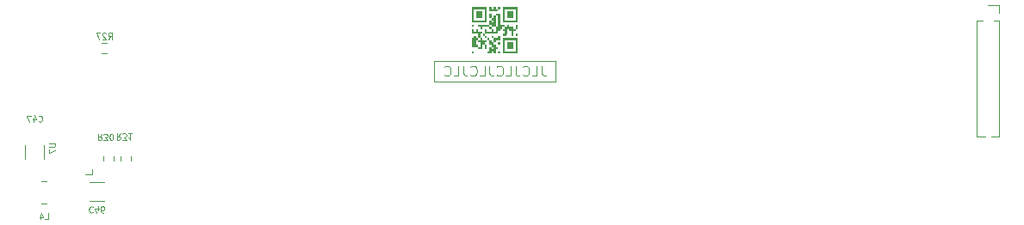
<source format=gbr>
%TF.GenerationSoftware,KiCad,Pcbnew,(5.99.0-11593-g5155093ec0)*%
%TF.CreationDate,2021-08-09T21:00:43+02:00*%
%TF.ProjectId,flatlight_rev21_ledside,666c6174-6c69-4676-9874-5f7265763231,rev?*%
%TF.SameCoordinates,Original*%
%TF.FileFunction,Legend,Bot*%
%TF.FilePolarity,Positive*%
%FSLAX46Y46*%
G04 Gerber Fmt 4.6, Leading zero omitted, Abs format (unit mm)*
G04 Created by KiCad (PCBNEW (5.99.0-11593-g5155093ec0)) date 2021-08-09 21:00:43*
%MOMM*%
%LPD*%
G01*
G04 APERTURE LIST*
%ADD10C,0.100000*%
%ADD11C,0.120000*%
G04 APERTURE END LIST*
D10*
%TO.C,C47*%
X160335714Y-64214285D02*
X160364285Y-64242857D01*
X160450000Y-64271428D01*
X160507142Y-64271428D01*
X160592857Y-64242857D01*
X160650000Y-64185714D01*
X160678571Y-64128571D01*
X160707142Y-64014285D01*
X160707142Y-63928571D01*
X160678571Y-63814285D01*
X160650000Y-63757142D01*
X160592857Y-63700000D01*
X160507142Y-63671428D01*
X160450000Y-63671428D01*
X160364285Y-63700000D01*
X160335714Y-63728571D01*
X159821428Y-63871428D02*
X159821428Y-64271428D01*
X159964285Y-63642857D02*
X160107142Y-64071428D01*
X159735714Y-64071428D01*
X159564285Y-63671428D02*
X159164285Y-63671428D01*
X159421428Y-64271428D01*
%TO.C,R27*%
X167185714Y-56121428D02*
X167385714Y-55835714D01*
X167528571Y-56121428D02*
X167528571Y-55521428D01*
X167300000Y-55521428D01*
X167242857Y-55550000D01*
X167214285Y-55578571D01*
X167185714Y-55635714D01*
X167185714Y-55721428D01*
X167214285Y-55778571D01*
X167242857Y-55807142D01*
X167300000Y-55835714D01*
X167528571Y-55835714D01*
X166957142Y-55578571D02*
X166928571Y-55550000D01*
X166871428Y-55521428D01*
X166728571Y-55521428D01*
X166671428Y-55550000D01*
X166642857Y-55578571D01*
X166614285Y-55635714D01*
X166614285Y-55692857D01*
X166642857Y-55778571D01*
X166985714Y-56121428D01*
X166614285Y-56121428D01*
X166414285Y-55521428D02*
X166014285Y-55521428D01*
X166271428Y-56121428D01*
%TO.C,logo5*%
X209819047Y-58752380D02*
X209819047Y-59466666D01*
X209866666Y-59609523D01*
X209961904Y-59704761D01*
X210104761Y-59752380D01*
X210200000Y-59752380D01*
X208866666Y-59752380D02*
X209342857Y-59752380D01*
X209342857Y-58752380D01*
X207961904Y-59657142D02*
X208009523Y-59704761D01*
X208152380Y-59752380D01*
X208247619Y-59752380D01*
X208390476Y-59704761D01*
X208485714Y-59609523D01*
X208533333Y-59514285D01*
X208580952Y-59323809D01*
X208580952Y-59180952D01*
X208533333Y-58990476D01*
X208485714Y-58895238D01*
X208390476Y-58800000D01*
X208247619Y-58752380D01*
X208152380Y-58752380D01*
X208009523Y-58800000D01*
X207961904Y-58847619D01*
X207247619Y-58752380D02*
X207247619Y-59466666D01*
X207295238Y-59609523D01*
X207390476Y-59704761D01*
X207533333Y-59752380D01*
X207628571Y-59752380D01*
X206295238Y-59752380D02*
X206771428Y-59752380D01*
X206771428Y-58752380D01*
X205390476Y-59657142D02*
X205438095Y-59704761D01*
X205580952Y-59752380D01*
X205676190Y-59752380D01*
X205819047Y-59704761D01*
X205914285Y-59609523D01*
X205961904Y-59514285D01*
X206009523Y-59323809D01*
X206009523Y-59180952D01*
X205961904Y-58990476D01*
X205914285Y-58895238D01*
X205819047Y-58800000D01*
X205676190Y-58752380D01*
X205580952Y-58752380D01*
X205438095Y-58800000D01*
X205390476Y-58847619D01*
X204676190Y-58752380D02*
X204676190Y-59466666D01*
X204723809Y-59609523D01*
X204819047Y-59704761D01*
X204961904Y-59752380D01*
X205057142Y-59752380D01*
X203723809Y-59752380D02*
X204200000Y-59752380D01*
X204200000Y-58752380D01*
X202819047Y-59657142D02*
X202866666Y-59704761D01*
X203009523Y-59752380D01*
X203104761Y-59752380D01*
X203247619Y-59704761D01*
X203342857Y-59609523D01*
X203390476Y-59514285D01*
X203438095Y-59323809D01*
X203438095Y-59180952D01*
X203390476Y-58990476D01*
X203342857Y-58895238D01*
X203247619Y-58800000D01*
X203104761Y-58752380D01*
X203009523Y-58752380D01*
X202866666Y-58800000D01*
X202819047Y-58847619D01*
X202104761Y-58752380D02*
X202104761Y-59466666D01*
X202152380Y-59609523D01*
X202247619Y-59704761D01*
X202390476Y-59752380D01*
X202485714Y-59752380D01*
X201152380Y-59752380D02*
X201628571Y-59752380D01*
X201628571Y-58752380D01*
X200247619Y-59657142D02*
X200295238Y-59704761D01*
X200438095Y-59752380D01*
X200533333Y-59752380D01*
X200676190Y-59704761D01*
X200771428Y-59609523D01*
X200819047Y-59514285D01*
X200866666Y-59323809D01*
X200866666Y-59180952D01*
X200819047Y-58990476D01*
X200771428Y-58895238D01*
X200676190Y-58800000D01*
X200533333Y-58752380D01*
X200438095Y-58752380D01*
X200295238Y-58800000D01*
X200247619Y-58847619D01*
%TO.C,U7*%
X161371428Y-66392857D02*
X161857142Y-66392857D01*
X161914285Y-66421428D01*
X161942857Y-66450000D01*
X161971428Y-66507142D01*
X161971428Y-66621428D01*
X161942857Y-66678571D01*
X161914285Y-66707142D01*
X161857142Y-66735714D01*
X161371428Y-66735714D01*
X161371428Y-66964285D02*
X161371428Y-67364285D01*
X161971428Y-67107142D01*
%TO.C,R31*%
X168389285Y-65428571D02*
X168189285Y-65714285D01*
X168046428Y-65428571D02*
X168046428Y-66028571D01*
X168275000Y-66028571D01*
X168332142Y-66000000D01*
X168360714Y-65971428D01*
X168389285Y-65914285D01*
X168389285Y-65828571D01*
X168360714Y-65771428D01*
X168332142Y-65742857D01*
X168275000Y-65714285D01*
X168046428Y-65714285D01*
X168589285Y-66028571D02*
X168960714Y-66028571D01*
X168760714Y-65800000D01*
X168846428Y-65800000D01*
X168903571Y-65771428D01*
X168932142Y-65742857D01*
X168960714Y-65685714D01*
X168960714Y-65542857D01*
X168932142Y-65485714D01*
X168903571Y-65457142D01*
X168846428Y-65428571D01*
X168675000Y-65428571D01*
X168617857Y-65457142D01*
X168589285Y-65485714D01*
X169532142Y-65428571D02*
X169189285Y-65428571D01*
X169360714Y-65428571D02*
X169360714Y-66028571D01*
X169303571Y-65942857D01*
X169246428Y-65885714D01*
X169189285Y-65857142D01*
%TO.C,R30*%
X166539285Y-65478571D02*
X166339285Y-65764285D01*
X166196428Y-65478571D02*
X166196428Y-66078571D01*
X166425000Y-66078571D01*
X166482142Y-66050000D01*
X166510714Y-66021428D01*
X166539285Y-65964285D01*
X166539285Y-65878571D01*
X166510714Y-65821428D01*
X166482142Y-65792857D01*
X166425000Y-65764285D01*
X166196428Y-65764285D01*
X166739285Y-66078571D02*
X167110714Y-66078571D01*
X166910714Y-65850000D01*
X166996428Y-65850000D01*
X167053571Y-65821428D01*
X167082142Y-65792857D01*
X167110714Y-65735714D01*
X167110714Y-65592857D01*
X167082142Y-65535714D01*
X167053571Y-65507142D01*
X166996428Y-65478571D01*
X166825000Y-65478571D01*
X166767857Y-65507142D01*
X166739285Y-65535714D01*
X167482142Y-66078571D02*
X167539285Y-66078571D01*
X167596428Y-66050000D01*
X167625000Y-66021428D01*
X167653571Y-65964285D01*
X167682142Y-65850000D01*
X167682142Y-65707142D01*
X167653571Y-65592857D01*
X167625000Y-65535714D01*
X167596428Y-65507142D01*
X167539285Y-65478571D01*
X167482142Y-65478571D01*
X167425000Y-65507142D01*
X167396428Y-65535714D01*
X167367857Y-65592857D01*
X167339285Y-65707142D01*
X167339285Y-65850000D01*
X167367857Y-65964285D01*
X167396428Y-66021428D01*
X167425000Y-66050000D01*
X167482142Y-66078571D01*
%TO.C,L4*%
X160975000Y-73871428D02*
X161260714Y-73871428D01*
X161260714Y-73271428D01*
X160517857Y-73471428D02*
X160517857Y-73871428D01*
X160660714Y-73242857D02*
X160803571Y-73671428D01*
X160432142Y-73671428D01*
%TO.C,C46*%
X165664285Y-72685714D02*
X165635714Y-72657142D01*
X165550000Y-72628571D01*
X165492857Y-72628571D01*
X165407142Y-72657142D01*
X165350000Y-72714285D01*
X165321428Y-72771428D01*
X165292857Y-72885714D01*
X165292857Y-72971428D01*
X165321428Y-73085714D01*
X165350000Y-73142857D01*
X165407142Y-73200000D01*
X165492857Y-73228571D01*
X165550000Y-73228571D01*
X165635714Y-73200000D01*
X165664285Y-73171428D01*
X166178571Y-73028571D02*
X166178571Y-72628571D01*
X166035714Y-73257142D02*
X165892857Y-72828571D01*
X166264285Y-72828571D01*
X166750000Y-73228571D02*
X166635714Y-73228571D01*
X166578571Y-73200000D01*
X166550000Y-73171428D01*
X166492857Y-73085714D01*
X166464285Y-72971428D01*
X166464285Y-72742857D01*
X166492857Y-72685714D01*
X166521428Y-72657142D01*
X166578571Y-72628571D01*
X166692857Y-72628571D01*
X166750000Y-72657142D01*
X166778571Y-72685714D01*
X166807142Y-72742857D01*
X166807142Y-72885714D01*
X166778571Y-72942857D01*
X166750000Y-72971428D01*
X166692857Y-73000000D01*
X166578571Y-73000000D01*
X166521428Y-72971428D01*
X166492857Y-72942857D01*
X166464285Y-72885714D01*
D11*
%TO.C,C47*%
X159015000Y-67961252D02*
X159015000Y-66538748D01*
X160835000Y-67961252D02*
X160835000Y-66538748D01*
%TO.C,R27*%
X167037258Y-57522500D02*
X166562742Y-57522500D01*
X167037258Y-56477500D02*
X166562742Y-56477500D01*
%TO.C,logo5*%
X199200000Y-58300000D02*
X199200000Y-60300000D01*
X211200000Y-60300000D02*
X211200000Y-58300000D01*
X211200000Y-58300000D02*
X199200000Y-58300000D01*
X199200000Y-60300000D02*
X211200000Y-60300000D01*
%TO.C,U7*%
X165625000Y-68925000D02*
X165625000Y-69425000D01*
X165625000Y-69425000D02*
X164925000Y-69425000D01*
%TO.C,J4*%
X253136529Y-54335000D02*
X252590000Y-54335000D01*
X254810000Y-54335000D02*
X254810000Y-65700000D01*
X254810000Y-52815000D02*
X253700000Y-52815000D01*
X253392470Y-65700000D02*
X252590000Y-65700000D01*
X254810000Y-54335000D02*
X254263471Y-54335000D01*
X254810000Y-65700000D02*
X254007530Y-65700000D01*
X252590000Y-54335000D02*
X252590000Y-65700000D01*
X254810000Y-53575000D02*
X254810000Y-52815000D01*
%TO.C,R31*%
X168402500Y-67662742D02*
X168402500Y-68137258D01*
X169447500Y-67662742D02*
X169447500Y-68137258D01*
%TO.C,R30*%
X167747500Y-67662742D02*
X167747500Y-68137258D01*
X166702500Y-67662742D02*
X166702500Y-68137258D01*
%TO.C,L4*%
X160638748Y-70140000D02*
X161161252Y-70140000D01*
X160638748Y-72360000D02*
X161161252Y-72360000D01*
%TO.C,C46*%
X166811252Y-70240000D02*
X165388748Y-70240000D01*
X166811252Y-72060000D02*
X165388748Y-72060000D01*
%TO.C,G\u002A\u002A\u002A*%
G36*
X205733334Y-57533333D02*
G01*
X205533334Y-57533333D01*
X205533334Y-57316666D01*
X205733334Y-57316666D01*
X205733334Y-57533333D01*
G37*
G36*
X204866667Y-55133333D02*
G01*
X204666667Y-55133333D01*
X204666667Y-54933333D01*
X204866667Y-54933333D01*
X204866667Y-55133333D01*
G37*
G36*
X204433334Y-56000000D02*
G01*
X204233334Y-56000000D01*
X204233334Y-55800000D01*
X204433334Y-55800000D01*
X204433334Y-56000000D01*
G37*
G36*
X203350000Y-56016666D02*
G01*
X203566667Y-56016666D01*
X203566667Y-56216666D01*
X203350000Y-56216666D01*
X203350000Y-56666666D01*
X203566667Y-56666666D01*
X203566667Y-56883333D01*
X203783334Y-56883333D01*
X203783334Y-56433333D01*
X203566667Y-56433333D01*
X203566667Y-56233333D01*
X203783334Y-56233333D01*
X203783334Y-56016666D01*
X204000000Y-56016666D01*
X204000000Y-56233333D01*
X204433334Y-56233333D01*
X204433334Y-56431742D01*
X204225000Y-56441666D01*
X204215144Y-56666666D01*
X204000000Y-56666666D01*
X204000000Y-57100995D01*
X203787500Y-57096331D01*
X203575000Y-57091666D01*
X203570039Y-56987500D01*
X203565077Y-56883333D01*
X202916667Y-56883333D01*
X202916667Y-56016666D01*
X203133334Y-56016666D01*
X203133334Y-55800000D01*
X203350000Y-55800000D01*
X203350000Y-56016666D01*
G37*
G36*
X204216667Y-55783333D02*
G01*
X204016667Y-55783333D01*
X204016667Y-55583333D01*
X204216667Y-55583333D01*
X204216667Y-55783333D01*
G37*
G36*
X205966667Y-54483333D02*
G01*
X205966667Y-53183333D01*
X206166212Y-53183333D01*
X206170606Y-53729166D01*
X206175000Y-54275000D01*
X206720834Y-54279394D01*
X207266667Y-54283788D01*
X207266667Y-53183333D01*
X206166212Y-53183333D01*
X205966667Y-53183333D01*
X205966667Y-52966666D01*
X207483334Y-52966666D01*
X207483334Y-54483333D01*
X205966667Y-54483333D01*
G37*
G36*
X202916667Y-54483333D02*
G01*
X202916667Y-54283333D01*
X203133334Y-54283333D01*
X203672223Y-54283333D01*
X203750717Y-54283215D01*
X203875668Y-54282513D01*
X203987449Y-54281250D01*
X204082027Y-54279509D01*
X204155371Y-54277369D01*
X204203447Y-54274913D01*
X204222223Y-54272222D01*
X204223839Y-54264880D01*
X204226401Y-54228281D01*
X204228679Y-54164767D01*
X204230593Y-54078371D01*
X204232062Y-53973127D01*
X204233002Y-53853066D01*
X204233334Y-53722222D01*
X204233334Y-53183333D01*
X203133334Y-53183333D01*
X203133334Y-54283333D01*
X202916667Y-54283333D01*
X202916667Y-52966666D01*
X204433334Y-52966666D01*
X204433334Y-54483333D01*
X202916667Y-54483333D01*
G37*
G36*
X207483334Y-55133333D02*
G01*
X207266667Y-55133333D01*
X207266667Y-54716666D01*
X207483334Y-54716666D01*
X207483334Y-55133333D01*
G37*
G36*
X205733334Y-53183333D02*
G01*
X205533334Y-53183333D01*
X205533334Y-52966666D01*
X205733334Y-52966666D01*
X205733334Y-53183333D01*
G37*
G36*
X205737273Y-54162500D02*
G01*
X205741667Y-54708333D01*
X205954167Y-54712997D01*
X206166667Y-54717662D01*
X206166667Y-54915076D01*
X206062500Y-54920038D01*
X205958334Y-54925000D01*
X205948450Y-55131782D01*
X205845059Y-55136724D01*
X205741667Y-55141666D01*
X205736725Y-55245058D01*
X205731783Y-55348449D01*
X205628392Y-55353391D01*
X205525000Y-55358333D01*
X205520039Y-55462500D01*
X205515077Y-55566666D01*
X204233334Y-55566666D01*
X204233334Y-55150000D01*
X204433334Y-55150000D01*
X204433334Y-55366666D01*
X204883334Y-55366666D01*
X204883334Y-55150000D01*
X205083334Y-55150000D01*
X205083334Y-55366666D01*
X205316667Y-55366666D01*
X205316667Y-54933333D01*
X205533334Y-54933333D01*
X205533334Y-53833333D01*
X205316667Y-53833333D01*
X205316667Y-53616666D01*
X205732878Y-53616666D01*
X205737273Y-54162500D01*
G37*
G36*
X204433334Y-57100000D02*
G01*
X204233334Y-57100000D01*
X204233334Y-56666666D01*
X204433334Y-56666666D01*
X204433334Y-57100000D01*
G37*
G36*
X204000000Y-54050000D02*
G01*
X203349281Y-54050000D01*
X203353807Y-53729166D01*
X203358334Y-53408333D01*
X203679167Y-53403806D01*
X204000000Y-53399280D01*
X204000000Y-54050000D01*
G37*
G36*
X206720834Y-53403806D02*
G01*
X207041667Y-53408333D01*
X207046194Y-53729166D01*
X207050720Y-54050000D01*
X206400000Y-54050000D01*
X206400000Y-53399280D01*
X206720834Y-53403806D01*
G37*
G36*
X204866667Y-56450000D02*
G01*
X205083334Y-56450000D01*
X205083334Y-56666666D01*
X205300000Y-56666666D01*
X205300000Y-56883333D01*
X205516667Y-56883333D01*
X205516667Y-57100000D01*
X205300000Y-57100000D01*
X205300000Y-57533333D01*
X205100000Y-57533333D01*
X205100000Y-57316666D01*
X204866667Y-57316666D01*
X204866667Y-57533333D01*
X204450000Y-57533333D01*
X204450000Y-57316666D01*
X204666667Y-57316666D01*
X204666667Y-56883333D01*
X204866667Y-56883333D01*
X204866667Y-57100000D01*
X205100000Y-57100000D01*
X205100000Y-56883333D01*
X204883334Y-56883333D01*
X204883334Y-56666666D01*
X204666667Y-56666666D01*
X204666667Y-56233333D01*
X204866667Y-56233333D01*
X204866667Y-56450000D01*
G37*
G36*
X205083334Y-56000000D02*
G01*
X204883334Y-56000000D01*
X204883334Y-55800000D01*
X205083334Y-55800000D01*
X205083334Y-56000000D01*
G37*
G36*
X204866667Y-54050000D02*
G01*
X204666667Y-54050000D01*
X204666667Y-53616666D01*
X204866667Y-53616666D01*
X204866667Y-54050000D01*
G37*
G36*
X205966667Y-57533333D02*
G01*
X205966667Y-57316666D01*
X206166212Y-57316666D01*
X207266667Y-57316666D01*
X207266667Y-56216211D01*
X206720834Y-56220605D01*
X206175000Y-56225000D01*
X206166212Y-57316666D01*
X205966667Y-57316666D01*
X205966667Y-56016666D01*
X207483334Y-56016666D01*
X207483334Y-57533333D01*
X205966667Y-57533333D01*
G37*
G36*
X204650000Y-56216666D02*
G01*
X204450000Y-56216666D01*
X204450000Y-56016666D01*
X204650000Y-56016666D01*
X204650000Y-56216666D01*
G37*
G36*
X204650000Y-54916666D02*
G01*
X204000000Y-54916666D01*
X204000000Y-55133333D01*
X203783334Y-55133333D01*
X203783334Y-54916666D01*
X203566667Y-54916666D01*
X203566667Y-54716666D01*
X204650000Y-54716666D01*
X204650000Y-54916666D01*
G37*
G36*
X206616667Y-54933333D02*
G01*
X207050000Y-54933333D01*
X207050000Y-55150000D01*
X207266667Y-55150000D01*
X207266667Y-55350000D01*
X207050000Y-55350000D01*
X207050000Y-55783333D01*
X206833334Y-55783333D01*
X206833334Y-55350000D01*
X206616667Y-55350000D01*
X206616667Y-55131810D01*
X206391667Y-55141666D01*
X206387141Y-55462500D01*
X206382614Y-55783333D01*
X205966667Y-55783333D01*
X205966667Y-55583333D01*
X206183334Y-55583333D01*
X206183334Y-55350000D01*
X205966667Y-55350000D01*
X205966667Y-55150000D01*
X206183334Y-55150000D01*
X206183334Y-54933333D01*
X206400000Y-54933333D01*
X206400000Y-54716666D01*
X206616667Y-54716666D01*
X206616667Y-54933333D01*
G37*
G36*
X205733334Y-56666666D02*
G01*
X205533334Y-56666666D01*
X205533334Y-56450000D01*
X205733334Y-56450000D01*
X205733334Y-56666666D01*
G37*
G36*
X203133334Y-57533333D02*
G01*
X202916667Y-57533333D01*
X202916667Y-57316666D01*
X203133334Y-57316666D01*
X203133334Y-57533333D01*
G37*
G36*
X205733334Y-56215670D02*
G01*
X205308334Y-56225000D01*
X205303372Y-56329166D01*
X205298410Y-56433333D01*
X205100000Y-56433333D01*
X205100000Y-56016666D01*
X205533334Y-56016666D01*
X205533334Y-55800000D01*
X205733334Y-55800000D01*
X205733334Y-56215670D01*
G37*
G36*
X207483334Y-55783333D02*
G01*
X207266667Y-55783333D01*
X207266667Y-55583333D01*
X207483334Y-55583333D01*
X207483334Y-55783333D01*
G37*
G36*
X203133334Y-54916666D02*
G01*
X202916667Y-54916666D01*
X202916667Y-54716666D01*
X203133334Y-54716666D01*
X203133334Y-54916666D01*
G37*
G36*
X207050000Y-56766210D02*
G01*
X207049412Y-56865089D01*
X207047822Y-56952183D01*
X207045416Y-57022106D01*
X207042377Y-57069470D01*
X207038889Y-57088888D01*
X207038799Y-57088971D01*
X207018691Y-57092450D01*
X206970760Y-57095477D01*
X206900391Y-57097867D01*
X206812972Y-57099436D01*
X206713889Y-57100000D01*
X206400000Y-57100000D01*
X206400000Y-56450000D01*
X207050000Y-56450000D01*
X207050000Y-56766210D01*
G37*
G36*
X205300000Y-54916666D02*
G01*
X204883334Y-54916666D01*
X204883334Y-54700000D01*
X204666667Y-54700000D01*
X204666667Y-54283333D01*
X204865077Y-54283333D01*
X204870039Y-54387500D01*
X204875000Y-54491666D01*
X205091667Y-54491666D01*
X205101523Y-54266666D01*
X204883334Y-54266666D01*
X204883334Y-54068257D01*
X204987500Y-54063295D01*
X205091667Y-54058333D01*
X205101523Y-53833333D01*
X205300000Y-53833333D01*
X205300000Y-54916666D01*
G37*
G36*
X203133334Y-55366666D02*
G01*
X203350000Y-55366666D01*
X203350000Y-55150000D01*
X203566667Y-55150000D01*
X203566667Y-55366666D01*
X204000000Y-55366666D01*
X204000000Y-55566666D01*
X203783334Y-55566666D01*
X203783334Y-56000000D01*
X203566667Y-56000000D01*
X203566667Y-55566666D01*
X202916667Y-55566666D01*
X202916667Y-55150000D01*
X203133334Y-55150000D01*
X203133334Y-55366666D01*
G37*
G36*
X204866667Y-53183333D02*
G01*
X205100000Y-53183333D01*
X205100000Y-52966666D01*
X205300000Y-52966666D01*
X205300000Y-53183333D01*
X205516667Y-53183333D01*
X205516667Y-53400000D01*
X204666667Y-53400000D01*
X204666667Y-52966666D01*
X204866667Y-52966666D01*
X204866667Y-53183333D01*
G37*
%TD*%
M02*

</source>
